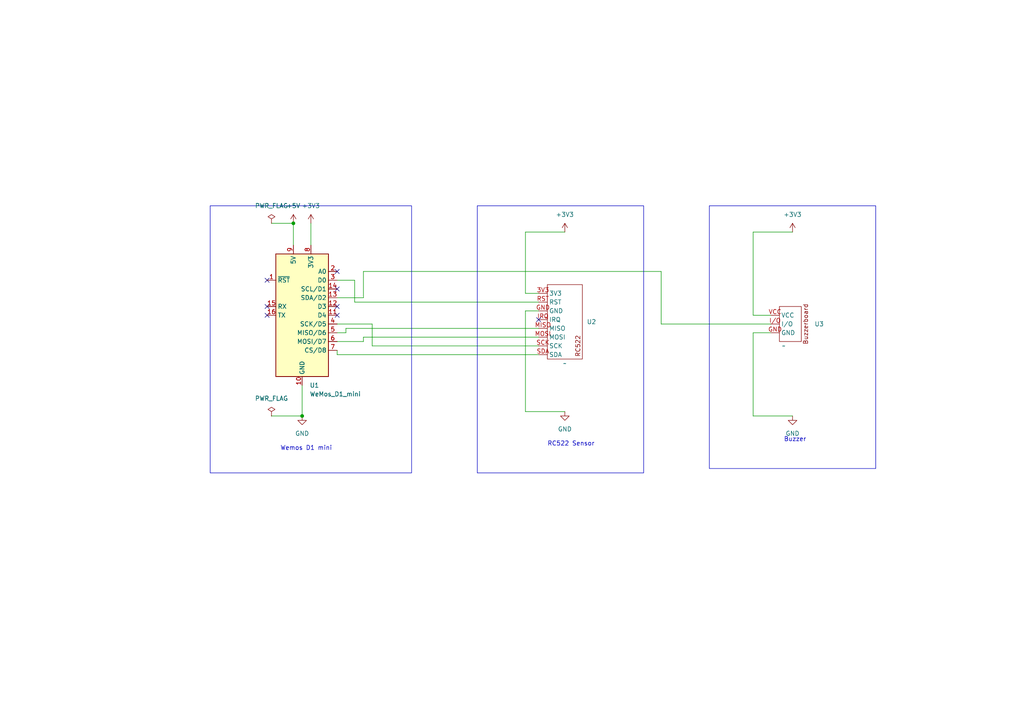
<source format=kicad_sch>
(kicad_sch (version 20230121) (generator eeschema)
  (paper "A4")
  (title_block (title "ESP8266 and RC522 sensor") (date "2024-08-30") (rev "v1") (company "dgkimnet"))
  (lib_symbols
    (symbol "MCU_Module:WeMos_D1_mini"
      (property "Reference" "U" (at 3.81 19.05 0))
      (property "Value" "WeMos_D1_mini" (at 1.27 -19.05 0))
      (symbol "WeMos_D1_mini_1_1"
        (rectangle (start -7.62 17.78) (end 7.62 -17.78) (stroke (width 0.254)) (fill (type background)))
        (pin input line (at -10.16 10.16 0) (length 2.54) (name "~{RST}") (number "1"))
        (pin power_in line (at 0 -20.32 90) (length 2.54) (name "GND") (number "10"))
        (pin bidirectional line (at 10.16 0 180) (length 2.54) (name "D4") (number "11"))
        (pin bidirectional line (at 10.16 2.54 180) (length 2.54) (name "D3") (number "12"))
        (pin bidirectional line (at 10.16 5.08 180) (length 2.54) (name "SDA/D2") (number "13"))
        (pin bidirectional line (at 10.16 7.62 180) (length 2.54) (name "SCL/D1") (number "14"))
        (pin input line (at -10.16 2.54 0) (length 2.54) (name "RX") (number "15"))
        (pin output line (at -10.16 0 0) (length 2.54) (name "TX") (number "16"))
        (pin input line (at 10.16 12.7 180) (length 2.54) (name "A0") (number "2"))
        (pin bidirectional line (at 10.16 10.16 180) (length 2.54) (name "D0") (number "3"))
        (pin bidirectional line (at 10.16 -2.54 180) (length 2.54) (name "SCK/D5") (number "4"))
        (pin bidirectional line (at 10.16 -5.08 180) (length 2.54) (name "MISO/D6") (number "5"))
        (pin bidirectional line (at 10.16 -7.62 180) (length 2.54) (name "MOSI/D7") (number "6"))
        (pin bidirectional line (at 10.16 -10.16 180) (length 2.54) (name "CS/D8") (number "7"))
        (pin power_out line (at 2.54 20.32 270) (length 2.54) (name "3V3") (number "8"))
        (pin power_in line (at -2.54 20.32 270) (length 2.54) (name "5V") (number "9"))
      )
    )
    (symbol "New_Library:BuzzerBoard"
      (property "Reference" "U" (at 0 0 0))
      (symbol "BuzzerBoard_0_1"
        (rectangle (start -1.27 11.43) (end 5.08 1.27))
      )
      (symbol "BuzzerBoard_1_1"
        (text "Buzzerboard" (at 6.35 6.35 900) (effects (font (size 1.27 1.27))))
        (pin power_in line (at -3.81 3.81 0) (length 2.54) (name "GND") (number "GND"))
        (pin bidirectional line (at -3.81 6.35 0) (length 2.54) (name "I/O") (number "I/O"))
        (pin power_in line (at -3.81 8.89 0) (length 2.54) (name "VCC") (number "VCC"))
      )
    )
    (symbol "New_Library:RC522"
      (property "Reference" "U" (at 0 0 0))
      (symbol "RC522_0_1"
        (rectangle (start -5.08 22.86) (end 5.08 1.27))
      )
      (symbol "RC522_1_1"
        (text "RC522" (at 3.81 5.08 900) (effects (font (size 1.27 1.27))))
        (pin power_in line (at -7.62 20.32 0) (length 2.54) (name "3V3") (number "3V3"))
        (pin power_in line (at -7.62 15.24 0) (length 2.54) (name "GND") (number "GND"))
        (pin bidirectional line (at -7.62 12.7 0) (length 2.54) (name "IRQ") (number "IRQ"))
        (pin bidirectional line (at -7.62 10.16 0) (length 2.54) (name "MISO") (number "MISO"))
        (pin bidirectional line (at -7.62 7.62 0) (length 2.54) (name "MOSI") (number "MOSI"))
        (pin bidirectional line (at -7.62 17.78 0) (length 2.54) (name "RST") (number "RST"))
        (pin bidirectional line (at -7.62 5.08 0) (length 2.54) (name "SCK") (number "SCK"))
        (pin bidirectional line (at -7.62 2.54 0) (length 2.54) (name "SDA") (number "SDA"))
      )
    )
    (symbol "power:+3V3" (power) (pin_names (offset 0))
      (property "Value" "+3V3" (at 0 3.556 0))
      (symbol "+3V3_0_1"
        (polyline (pts (xy -0.762 1.27) (xy 0 2.54)))
        (polyline (pts (xy 0 0) (xy 0 2.54)))
        (polyline (pts (xy 0 2.54) (xy 0.762 1.27)))
      )
      (symbol "+3V3_1_1"
        (pin power_in line (at 0 0 90) (length 0) hide (name "+3V3") (number "1"))
      )
    )
    (symbol "power:+5V" (power) (pin_names (offset 0))
      (property "Value" "+5V" (at 0 3.556 0))
      (symbol "+5V_0_1"
        (polyline (pts (xy -0.762 1.27) (xy 0 2.54)))
        (polyline (pts (xy 0 0) (xy 0 2.54)))
        (polyline (pts (xy 0 2.54) (xy 0.762 1.27)))
      )
      (symbol "+5V_1_1"
        (pin power_in line (at 0 0 90) (length 0) hide (name "+5V") (number "1"))
      )
    )
    (symbol "power:GND" (power) (pin_names (offset 0))
      (property "Value" "GND" (at 0 -3.81 0))
      (symbol "GND_0_1"
        (polyline (pts (xy 0 0) (xy 0 -1.27) (xy 1.27 -1.27) (xy 0 -2.54) (xy -1.27 -1.27) (xy 0 -1.27)))
      )
      (symbol "GND_1_1"
        (pin power_in line (at 0 0 270) (length 0) hide (name "GND") (number "1"))
      )
    )
    (symbol "power:PWR_FLAG" (power) (pin_numbers hide) (pin_names (offset 0) hide)
      (property "Value" "PWR_FLAG" (at 0 3.81 0))
      (symbol "PWR_FLAG_0_0"
        (pin power_out line (at 0 0 90) (length 0) (name "pwr") (number "1"))
      )
      (symbol "PWR_FLAG_0_1"
        (polyline (pts (xy 0 0) (xy 0 1.27) (xy -1.016 1.905) (xy 0 2.54) (xy 1.016 1.905) (xy 0 1.27)))
      )
    )
  )
  (junction (at 85.09 64.77))
  (junction (at 87.63 120.65))
  (no_connect (at 97.79 88.9))
  (no_connect (at 77.47 91.44))
  (no_connect (at 77.47 81.28))
  (no_connect (at 77.47 88.9))
  (no_connect (at 97.79 91.44))
  (no_connect (at 156.21 92.71))
  (no_connect (at 97.79 83.82))
  (no_connect (at 97.79 78.74))
  (wire (pts (xy 156.21 87.63) (xy 102.87 87.63)))
  (wire (pts (xy 152.4 67.31) (xy 152.4 85.09)))
  (wire (pts (xy 218.44 67.31) (xy 218.44 91.44)))
  (wire (pts (xy 100.33 95.25) (xy 100.33 96.52)))
  (wire (pts (xy 105.41 97.79) (xy 105.41 99.06)))
  (wire (pts (xy 78.74 64.77) (xy 85.09 64.77)))
  (wire (pts (xy 107.95 100.33) (xy 107.95 93.98)))
  (wire (pts (xy 218.44 91.44) (xy 223.52 91.44)))
  (wire (pts (xy 102.87 87.63) (xy 102.87 81.28)))
  (wire (pts (xy 156.21 97.79) (xy 105.41 97.79)))
  (wire (pts (xy 85.09 64.77) (xy 85.09 71.12)))
  (wire (pts (xy 90.17 64.77) (xy 90.17 71.12)))
  (wire (pts (xy 191.77 78.74) (xy 105.41 78.74)))
  (wire (pts (xy 78.74 120.65) (xy 87.63 120.65)))
  (wire (pts (xy 218.44 120.65) (xy 229.87 120.65)))
  (wire (pts (xy 105.41 99.06) (xy 97.79 99.06)))
  (wire (pts (xy 163.83 119.38) (xy 152.4 119.38)))
  (wire (pts (xy 102.87 81.28) (xy 97.79 81.28)))
  (wire (pts (xy 152.4 90.17) (xy 156.21 90.17)))
  (wire (pts (xy 107.95 100.33) (xy 156.21 100.33)))
  (wire (pts (xy 152.4 85.09) (xy 156.21 85.09)))
  (wire (pts (xy 152.4 119.38) (xy 152.4 90.17)))
  (wire (pts (xy 97.79 102.87) (xy 97.79 101.6)))
  (wire (pts (xy 105.41 86.36) (xy 97.79 86.36)))
  (wire (pts (xy 218.44 96.52) (xy 218.44 120.65)))
  (wire (pts (xy 223.52 96.52) (xy 218.44 96.52)))
  (wire (pts (xy 191.77 93.98) (xy 191.77 78.74)))
  (wire (pts (xy 156.21 102.87) (xy 97.79 102.87)))
  (wire (pts (xy 107.95 93.98) (xy 97.79 93.98)))
  (wire (pts (xy 87.63 111.76) (xy 87.63 120.65)))
  (wire (pts (xy 163.83 67.31) (xy 152.4 67.31)))
  (wire (pts (xy 229.87 67.31) (xy 218.44 67.31)))
  (wire (pts (xy 105.41 78.74) (xy 105.41 86.36)))
  (wire (pts (xy 156.21 95.25) (xy 100.33 95.25)))
  (wire (pts (xy 100.33 96.52) (xy 97.79 96.52)))
  (wire (pts (xy 223.52 93.98) (xy 191.77 93.98)))
  (rectangle (start 60.96 59.69) (end 119.38 137.16))
  (rectangle (start 205.74 59.69) (end 254 135.89))
  (rectangle (start 138.43 59.69) (end 186.69 137.16))
  (text "Buzzer" (at 227.33 128.27 0) (effects (font (size 1.27 1.27)) (justify left bottom)))
  (text "RC522 Sensor" (at 158.75 129.54 0) (effects (font (size 1.27 1.27)) (justify left bottom)))
  (text "Wemos D1 mini" (at 81.28 130.81 0) (effects (font (size 1.27 1.27)) (justify left bottom)))
  (symbol (lib_id "New_Library:RC522") (at 163.83 105.41 0) (unit 1)
    (property "Reference" "U2" (at 170.18 93.345 0) (effects (justify left)))
    (property "Value" "~" (at 163.83 105.41 0))
    (property "Footprint" "Library:RC522" (effects hide))
  )
  (symbol (lib_id "power:+3V3") (at 163.83 67.31 0) (unit 1)
    (property "Reference" "#PWR05" (effects hide))
    (property "Value" "+3V3" (at 163.83 62.23 0))
  )
  (symbol (lib_id "power:PWR_FLAG") (at 78.74 64.77 0) (unit 1)
    (property "Reference" "#FLG01" (effects hide))
    (property "Value" "PWR_FLAG" (at 78.74 59.69 0))
  )
  (symbol (lib_id "power:+5V") (at 85.09 64.77 0) (unit 1)
    (property "Reference" "#PWR01" (effects hide))
    (property "Value" "+5V" (at 85.09 59.69 0))
  )
  (symbol (lib_id "power:PWR_FLAG") (at 78.74 120.65 0) (unit 1)
    (property "Reference" "#FLG02" (effects hide))
    (property "Value" "PWR_FLAG" (at 78.74 115.57 0))
  )
  (symbol (lib_id "power:GND") (at 87.63 120.65 0) (unit 1)
    (property "Reference" "#PWR02" (effects hide))
    (property "Value" "GND" (at 87.63 125.73 0))
  )
  (symbol (lib_id "New_Library:BuzzerBoard") (at 227.33 100.33 0) (unit 1)
    (property "Reference" "U3" (at 236.22 93.98 0) (effects (justify left)))
    (property "Value" "~" (at 227.33 100.33 0))
    (property "Footprint" "Library:BuzzerBoard" (effects hide))
  )
  (symbol (lib_id "power:GND") (at 163.83 119.38 0) (unit 1)
    (property "Reference" "#PWR03" (effects hide))
    (property "Value" "GND" (at 163.83 124.46 0))
  )
  (symbol (lib_id "power:+3V3") (at 229.87 67.31 0) (unit 1)
    (property "Reference" "#PWR06" (effects hide))
    (property "Value" "+3V3" (at 229.87 62.23 0))
  )
  (symbol (lib_id "MCU_Module:WeMos_D1_mini") (at 87.63 91.44 0) (unit 1)
    (property "Reference" "U1" (at 89.8241 111.76 0) (effects (justify left)))
    (property "Value" "WeMos_D1_mini" (at 89.8241 114.3 0) (effects (justify left)))
    (property "Footprint" "Module:WEMOS_D1_mini_light" (effects hide))
    (property "Datasheet" "https://wiki.wemos.cc/products:d1:d1_mini#documentation" (effects hide))
  )
  (symbol (lib_id "power:GND") (at 229.87 120.65 0) (unit 1)
    (property "Reference" "#PWR04" (effects hide))
    (property "Value" "GND" (at 229.87 125.73 0))
  )
  (symbol (lib_id "power:+3V3") (at 90.17 64.77 0) (unit 1)
    (property "Reference" "#PWR07" (effects hide))
    (property "Value" "+3V3" (at 90.17 59.69 0))
  )
)
</source>
